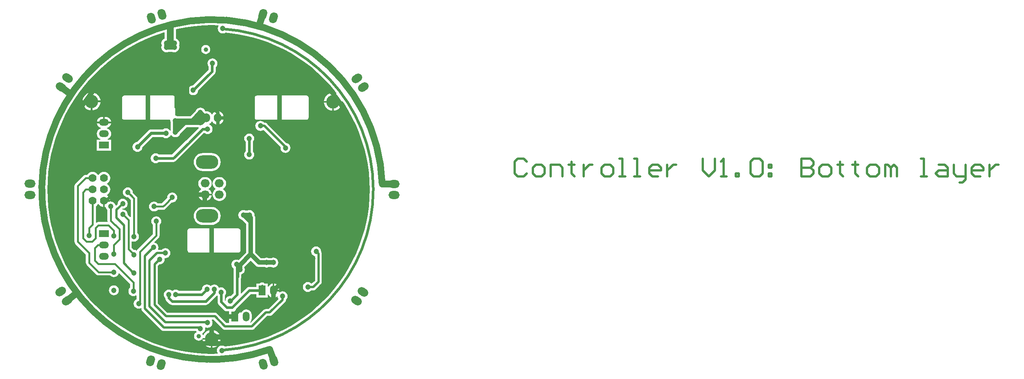
<source format=gbl>
%FSLAX24Y24*%
%MOIN*%
G70*
G01*
G75*
G04 Layer_Physical_Order=2*
G04 Layer_Color=16711680*
%ADD10C,0.0591*%
%ADD11C,0.0472*%
%ADD12R,0.0394X0.0354*%
%ADD13R,0.0236X0.0512*%
%ADD14R,0.0276X0.0354*%
%ADD15R,0.0354X0.0276*%
%ADD16R,0.0551X0.0472*%
%ADD17R,0.0197X0.0591*%
%ADD18R,0.0512X0.0236*%
%ADD19R,0.0354X0.0394*%
%ADD20R,0.0787X0.0177*%
%ADD21R,0.0177X0.0787*%
%ADD22R,0.2362X0.0984*%
%ADD23O,0.0138X0.0827*%
%ADD24R,0.2165X0.0984*%
%ADD25R,0.0472X0.0551*%
G04:AMPARAMS|DCode=26|XSize=70.9mil|YSize=63mil|CornerRadius=0mil|HoleSize=0mil|Usage=FLASHONLY|Rotation=336.000|XOffset=0mil|YOffset=0mil|HoleType=Round|Shape=Rectangle|*
%AMROTATEDRECTD26*
4,1,4,-0.0452,-0.0144,-0.0196,0.0432,0.0452,0.0144,0.0196,-0.0432,-0.0452,-0.0144,0.0*
%
%ADD26ROTATEDRECTD26*%

G04:AMPARAMS|DCode=27|XSize=70.9mil|YSize=63mil|CornerRadius=0mil|HoleSize=0mil|Usage=FLASHONLY|Rotation=120.000|XOffset=0mil|YOffset=0mil|HoleType=Round|Shape=Rectangle|*
%AMROTATEDRECTD27*
4,1,4,0.0450,-0.0149,-0.0096,-0.0464,-0.0450,0.0149,0.0096,0.0464,0.0450,-0.0149,0.0*
%
%ADD27ROTATEDRECTD27*%

G04:AMPARAMS|DCode=28|XSize=51.2mil|YSize=39.4mil|CornerRadius=0mil|HoleSize=0mil|Usage=FLASHONLY|Rotation=31.000|XOffset=0mil|YOffset=0mil|HoleType=Round|Shape=Rectangle|*
%AMROTATEDRECTD28*
4,1,4,-0.0118,-0.0301,-0.0321,0.0037,0.0118,0.0301,0.0321,-0.0037,-0.0118,-0.0301,0.0*
%
%ADD28ROTATEDRECTD28*%

G04:AMPARAMS|DCode=29|XSize=51.2mil|YSize=39.4mil|CornerRadius=0mil|HoleSize=0mil|Usage=FLASHONLY|Rotation=319.000|XOffset=0mil|YOffset=0mil|HoleType=Round|Shape=Rectangle|*
%AMROTATEDRECTD29*
4,1,4,-0.0322,0.0019,-0.0064,0.0316,0.0322,-0.0019,0.0064,-0.0316,-0.0322,0.0019,0.0*
%
%ADD29ROTATEDRECTD29*%

G04:AMPARAMS|DCode=30|XSize=51.2mil|YSize=39.4mil|CornerRadius=0mil|HoleSize=0mil|Usage=FLASHONLY|Rotation=101.000|XOffset=0mil|YOffset=0mil|HoleType=Round|Shape=Rectangle|*
%AMROTATEDRECTD30*
4,1,4,0.0242,-0.0214,-0.0144,-0.0289,-0.0242,0.0214,0.0144,0.0289,0.0242,-0.0214,0.0*
%
%ADD30ROTATEDRECTD30*%

G04:AMPARAMS|DCode=31|XSize=70.9mil|YSize=63mil|CornerRadius=0mil|HoleSize=0mil|Usage=FLASHONLY|Rotation=190.000|XOffset=0mil|YOffset=0mil|HoleType=Round|Shape=Rectangle|*
%AMROTATEDRECTD31*
4,1,4,0.0294,0.0372,0.0404,-0.0249,-0.0294,-0.0372,-0.0404,0.0249,0.0294,0.0372,0.0*
%
%ADD31ROTATEDRECTD31*%

G04:AMPARAMS|DCode=32|XSize=70.9mil|YSize=63mil|CornerRadius=0mil|HoleSize=0mil|Usage=FLASHONLY|Rotation=48.000|XOffset=0mil|YOffset=0mil|HoleType=Round|Shape=Rectangle|*
%AMROTATEDRECTD32*
4,1,4,-0.0003,-0.0474,-0.0471,-0.0053,0.0003,0.0474,0.0471,0.0053,-0.0003,-0.0474,0.0*
%
%ADD32ROTATEDRECTD32*%

G04:AMPARAMS|DCode=33|XSize=51.2mil|YSize=39.4mil|CornerRadius=0mil|HoleSize=0mil|Usage=FLASHONLY|Rotation=246.000|XOffset=0mil|YOffset=0mil|HoleType=Round|Shape=Rectangle|*
%AMROTATEDRECTD33*
4,1,4,-0.0076,0.0314,0.0284,0.0154,0.0076,-0.0314,-0.0284,-0.0154,-0.0076,0.0314,0.0*
%
%ADD33ROTATEDRECTD33*%

G04:AMPARAMS|DCode=34|XSize=70.9mil|YSize=63mil|CornerRadius=0mil|HoleSize=0mil|Usage=FLASHONLY|Rotation=264.000|XOffset=0mil|YOffset=0mil|HoleType=Round|Shape=Rectangle|*
%AMROTATEDRECTD34*
4,1,4,-0.0276,0.0385,0.0350,0.0319,0.0276,-0.0385,-0.0350,-0.0319,-0.0276,0.0385,0.0*
%
%ADD34ROTATEDRECTD34*%

G04:AMPARAMS|DCode=35|XSize=51.2mil|YSize=39.4mil|CornerRadius=0mil|HoleSize=0mil|Usage=FLASHONLY|Rotation=176.000|XOffset=0mil|YOffset=0mil|HoleType=Round|Shape=Rectangle|*
%AMROTATEDRECTD35*
4,1,4,0.0269,0.0179,0.0242,-0.0214,-0.0269,-0.0179,-0.0242,0.0214,0.0269,0.0179,0.0*
%
%ADD35ROTATEDRECTD35*%

%ADD36C,0.0197*%
%ADD37C,0.0177*%
%ADD38C,0.0138*%
%ADD39C,0.0118*%
%ADD40C,0.0236*%
%ADD41C,0.0394*%
%ADD42C,0.0315*%
%ADD43C,0.0276*%
%ADD44O,0.0669X0.0787*%
%ADD45O,0.0787X0.0709*%
%ADD46O,0.1969X0.1181*%
%ADD47O,0.0591X0.0866*%
%ADD48R,0.0591X0.0866*%
%ADD49C,0.0700*%
%ADD50O,0.0866X0.0591*%
%ADD51R,0.0866X0.0591*%
%ADD52C,0.1181*%
%ADD53C,0.0394*%
G04:AMPARAMS|DCode=54|XSize=70.9mil|YSize=98.4mil|CornerRadius=0mil|HoleSize=0mil|Usage=FLASHONLY|Rotation=54.000|XOffset=0mil|YOffset=0mil|HoleType=Round|Shape=Round|*
%AMOVALD54*
21,1,0.0276,0.0709,0.0000,0.0000,144.0*
1,1,0.0709,0.0111,-0.0081*
1,1,0.0709,-0.0111,0.0081*
%
%ADD54OVALD54*%

G04:AMPARAMS|DCode=55|XSize=70.9mil|YSize=98.4mil|CornerRadius=0mil|HoleSize=0mil|Usage=FLASHONLY|Rotation=126.000|XOffset=0mil|YOffset=0mil|HoleType=Round|Shape=Round|*
%AMOVALD55*
21,1,0.0276,0.0709,0.0000,0.0000,216.0*
1,1,0.0709,0.0111,0.0081*
1,1,0.0709,-0.0111,-0.0081*
%
%ADD55OVALD55*%

G04:AMPARAMS|DCode=56|XSize=70.9mil|YSize=98.4mil|CornerRadius=0mil|HoleSize=0mil|Usage=FLASHONLY|Rotation=198.000|XOffset=0mil|YOffset=0mil|HoleType=Round|Shape=Round|*
%AMOVALD56*
21,1,0.0276,0.0709,0.0000,0.0000,288.0*
1,1,0.0709,-0.0043,0.0131*
1,1,0.0709,0.0043,-0.0131*
%
%ADD56OVALD56*%

%ADD57O,0.0984X0.0709*%
G04:AMPARAMS|DCode=58|XSize=70.9mil|YSize=98.4mil|CornerRadius=0mil|HoleSize=0mil|Usage=FLASHONLY|Rotation=342.000|XOffset=0mil|YOffset=0mil|HoleType=Round|Shape=Round|*
%AMOVALD58*
21,1,0.0276,0.0709,0.0000,0.0000,72.0*
1,1,0.0709,-0.0043,-0.0131*
1,1,0.0709,0.0043,0.0131*
%
%ADD58OVALD58*%

%ADD59C,0.0472*%
G36*
X558Y14454D02*
X580Y14409D01*
X567Y14392D01*
X523Y14286D01*
X508Y14173D01*
X523Y14060D01*
X567Y13955D01*
X636Y13864D01*
X726Y13795D01*
X832Y13751D01*
X945Y13736D01*
X1058Y13751D01*
X1163Y13795D01*
X1175Y13804D01*
X1449Y13782D01*
X2168Y13687D01*
X2881Y13555D01*
X3587Y13386D01*
X4282Y13180D01*
X4966Y12938D01*
X5637Y12660D01*
X6291Y12348D01*
X6929Y12001D01*
X7548Y11622D01*
X8146Y11211D01*
X8721Y10770D01*
X9273Y10299D01*
X9799Y9799D01*
X10299Y9273D01*
X10770Y8721D01*
X10944Y8494D01*
X10916Y8453D01*
X10784Y8493D01*
X10709Y8500D01*
Y7795D01*
X11413D01*
X11417Y7761D01*
X11464Y7778D01*
X11622Y7548D01*
X12001Y6929D01*
X12348Y6291D01*
X12660Y5637D01*
X12938Y4966D01*
X13180Y4282D01*
X13386Y3587D01*
X13555Y2881D01*
X13687Y2168D01*
X13782Y1449D01*
X13839Y725D01*
X13858Y0D01*
X13839Y-725D01*
X13782Y-1449D01*
X13687Y-2168D01*
X13555Y-2881D01*
X13386Y-3587D01*
X13180Y-4282D01*
X12938Y-4966D01*
X12660Y-5637D01*
X12348Y-6291D01*
X12001Y-6929D01*
X11622Y-7548D01*
X11211Y-8146D01*
X10770Y-8721D01*
X10299Y-9273D01*
X9799Y-9799D01*
X9273Y-10299D01*
X8721Y-10770D01*
X8146Y-11211D01*
X7548Y-11622D01*
X6929Y-12001D01*
X6291Y-12348D01*
X5637Y-12660D01*
X4966Y-12938D01*
X4282Y-13180D01*
X3587Y-13386D01*
X2881Y-13555D01*
X2168Y-13687D01*
X1449Y-13782D01*
X1103Y-13809D01*
X1085Y-13795D01*
X979Y-13751D01*
X866Y-13736D01*
X753Y-13751D01*
X648Y-13795D01*
X557Y-13864D01*
X488Y-13955D01*
X444Y-14060D01*
X429Y-14173D01*
X444Y-14286D01*
X488Y-14392D01*
X503Y-14411D01*
X481Y-14456D01*
X0Y-14468D01*
X-757Y-14449D01*
X-1512Y-14389D01*
X-2263Y-14290D01*
X-3008Y-14152D01*
X-3745Y-13975D01*
X-4471Y-13760D01*
X-5185Y-13507D01*
X-5885Y-13218D01*
X-6569Y-12891D01*
X-7234Y-12530D01*
X-7880Y-12134D01*
X-8504Y-11705D01*
X-9105Y-11244D01*
X-9681Y-10752D01*
X-10231Y-10231D01*
X-10752Y-9681D01*
X-11244Y-9105D01*
X-11705Y-8504D01*
X-12134Y-7880D01*
X-12530Y-7234D01*
X-12891Y-6569D01*
X-13218Y-5885D01*
X-13507Y-5185D01*
X-13760Y-4471D01*
X-13975Y-3745D01*
X-14152Y-3008D01*
X-14290Y-2263D01*
X-14389Y-1512D01*
X-14449Y-757D01*
X-14468Y0D01*
X-14449Y757D01*
X-14389Y1512D01*
X-14290Y2263D01*
X-14152Y3008D01*
X-13975Y3745D01*
X-13760Y4471D01*
X-13507Y5185D01*
X-13218Y5885D01*
X-12891Y6569D01*
X-12530Y7234D01*
X-12134Y7880D01*
X-11705Y8504D01*
X-11244Y9105D01*
X-10752Y9681D01*
X-10231Y10231D01*
X-9681Y10752D01*
X-9105Y11244D01*
X-8504Y11705D01*
X-7880Y12134D01*
X-7234Y12530D01*
X-6569Y12891D01*
X-5885Y13218D01*
X-5185Y13507D01*
X-4471Y13760D01*
X-4198Y13841D01*
X-4158Y13811D01*
Y13284D01*
X-4234Y13252D01*
X-4325Y13183D01*
X-4394Y13092D01*
X-4438Y12987D01*
X-4453Y12874D01*
X-4438Y12761D01*
X-4413Y12701D01*
Y12693D01*
X-4438Y12633D01*
X-4453Y12520D01*
X-4438Y12407D01*
X-4394Y12301D01*
X-4325Y12211D01*
X-4234Y12141D01*
X-4129Y12098D01*
X-4016Y12083D01*
X-3903Y12098D01*
X-3843Y12123D01*
X-3480D01*
X-3420Y12098D01*
X-3307Y12083D01*
X-3194Y12098D01*
X-3089Y12141D01*
X-2998Y12211D01*
X-2929Y12301D01*
X-2885Y12407D01*
X-2870Y12520D01*
X-2885Y12633D01*
X-2912Y12697D01*
X-2885Y12761D01*
X-2870Y12874D01*
X-2885Y12987D01*
X-2929Y13092D01*
X-2998Y13183D01*
X-3089Y13252D01*
X-3165Y13284D01*
Y14115D01*
X-3008Y14152D01*
X-2263Y14290D01*
X-1512Y14389D01*
X-757Y14449D01*
X0Y14468D01*
X558Y14454D01*
D02*
G37*
%LPC*%
G36*
X-695Y-529D02*
X-1201D01*
X-1193Y-594D01*
X-1137Y-728D01*
X-1049Y-843D01*
X-933Y-931D01*
X-799Y-987D01*
X-695Y-1001D01*
Y-529D01*
D02*
G37*
G36*
X-31D02*
X-537D01*
Y-1001D01*
X-433Y-987D01*
X-299Y-931D01*
X-184Y-843D01*
X-95Y-728D01*
X-40Y-594D01*
X-31Y-529D01*
D02*
G37*
G36*
X-3500Y-263D02*
X-3613Y-278D01*
X-3718Y-322D01*
X-3809Y-391D01*
X-3878Y-482D01*
X-3922Y-587D01*
X-3937Y-700D01*
X-3933Y-726D01*
X-4354Y-1146D01*
X-4354Y-1146D01*
X-4415Y-1207D01*
X-4775D01*
X-4791Y-1186D01*
X-4882Y-1117D01*
X-4987Y-1073D01*
X-5100Y-1058D01*
X-5213Y-1073D01*
X-5318Y-1117D01*
X-5409Y-1186D01*
X-5478Y-1277D01*
X-5522Y-1382D01*
X-5537Y-1495D01*
X-5522Y-1608D01*
X-5478Y-1714D01*
X-5409Y-1804D01*
X-5318Y-1874D01*
X-5213Y-1917D01*
X-5100Y-1932D01*
X-4987Y-1917D01*
X-4882Y-1874D01*
X-4791Y-1804D01*
X-4775Y-1783D01*
X-4295D01*
X-4295Y-1783D01*
X-4229Y-1775D01*
X-4221Y-1773D01*
X-4151Y-1745D01*
X-4092Y-1699D01*
X-3946Y-1554D01*
X-3946Y-1554D01*
X-3526Y-1133D01*
X-3500Y-1137D01*
X-3387Y-1122D01*
X-3282Y-1078D01*
X-3191Y-1009D01*
X-3122Y-918D01*
X-3078Y-813D01*
X-3063Y-700D01*
X-3078Y-587D01*
X-3122Y-482D01*
X-3191Y-391D01*
X-3282Y-322D01*
X-3387Y-278D01*
X-3500Y-263D01*
D02*
G37*
G36*
X683Y1090D02*
X604D01*
X460Y1071D01*
X326Y1016D01*
X211Y927D01*
X123Y812D01*
X67Y678D01*
X48Y534D01*
X67Y390D01*
X123Y256D01*
X211Y141D01*
X308Y67D01*
Y17D01*
X211Y-57D01*
X123Y-172D01*
X67Y-306D01*
X48Y-450D01*
X67Y-594D01*
X123Y-728D01*
X211Y-843D01*
X326Y-931D01*
X460Y-987D01*
X604Y-1006D01*
X683D01*
X827Y-987D01*
X961Y-931D01*
X1076Y-843D01*
X1165Y-728D01*
X1220Y-594D01*
X1239Y-450D01*
X1220Y-306D01*
X1165Y-172D01*
X1076Y-57D01*
X961Y31D01*
Y53D01*
X1076Y141D01*
X1165Y256D01*
X1220Y390D01*
X1239Y534D01*
X1220Y678D01*
X1165Y812D01*
X1076Y927D01*
X961Y1016D01*
X827Y1071D01*
X683Y1090D01*
D02*
G37*
G36*
X-30Y3203D02*
X-817D01*
X-971Y3188D01*
X-1120Y3143D01*
X-1257Y3070D01*
X-1376Y2972D01*
X-1475Y2852D01*
X-1548Y2715D01*
X-1593Y2567D01*
X-1608Y2412D01*
X-1593Y2258D01*
X-1548Y2109D01*
X-1475Y1973D01*
X-1376Y1853D01*
X-1257Y1754D01*
X-1120Y1681D01*
X-971Y1636D01*
X-817Y1621D01*
X-30D01*
X125Y1636D01*
X273Y1681D01*
X410Y1754D01*
X530Y1853D01*
X628Y1973D01*
X701Y2109D01*
X746Y2258D01*
X762Y2412D01*
X746Y2567D01*
X701Y2715D01*
X628Y2852D01*
X530Y2972D01*
X410Y3070D01*
X273Y3143D01*
X125Y3188D01*
X-30Y3203D01*
D02*
G37*
G36*
X3268Y4925D02*
X3155Y4910D01*
X3049Y4866D01*
X2959Y4797D01*
X2889Y4707D01*
X2846Y4601D01*
X2831Y4488D01*
X2846Y4375D01*
X2889Y4270D01*
X2950Y4191D01*
Y3368D01*
X2889Y3289D01*
X2846Y3184D01*
X2831Y3071D01*
X2846Y2958D01*
X2889Y2852D01*
X2959Y2762D01*
X3049Y2693D01*
X3155Y2649D01*
X3268Y2634D01*
X3381Y2649D01*
X3486Y2693D01*
X3577Y2762D01*
X3646Y2852D01*
X3690Y2958D01*
X3705Y3071D01*
X3690Y3184D01*
X3646Y3289D01*
X3585Y3368D01*
Y4191D01*
X3646Y4270D01*
X3690Y4375D01*
X3705Y4488D01*
X3690Y4601D01*
X3646Y4707D01*
X3577Y4797D01*
X3486Y4866D01*
X3381Y4910D01*
X3268Y4925D01*
D02*
G37*
G36*
X-577Y1090D02*
X-656D01*
X-799Y1071D01*
X-933Y1016D01*
X-1049Y927D01*
X-1137Y812D01*
X-1193Y678D01*
X-1211Y534D01*
X-1193Y390D01*
X-1137Y256D01*
X-1049Y141D01*
X-952Y67D01*
Y17D01*
X-1049Y-57D01*
X-1137Y-172D01*
X-1193Y-306D01*
X-1201Y-371D01*
X-31D01*
X-40Y-306D01*
X-95Y-172D01*
X-184Y-57D01*
X-299Y31D01*
Y53D01*
X-184Y141D01*
X-95Y256D01*
X-40Y390D01*
X-21Y534D01*
X-40Y678D01*
X-95Y812D01*
X-184Y927D01*
X-299Y1016D01*
X-433Y1071D01*
X-577Y1090D01*
D02*
G37*
G36*
X-9500Y1552D02*
X-9643Y1533D01*
X-9776Y1478D01*
X-9890Y1390D01*
X-9975Y1279D01*
X-10025D01*
X-10110Y1390D01*
X-10224Y1478D01*
X-10357Y1533D01*
X-10500Y1552D01*
X-10643Y1533D01*
X-10776Y1478D01*
X-10890Y1390D01*
X-10968Y1288D01*
X-11100D01*
X-11175Y1278D01*
X-11244Y1249D01*
X-11304Y1204D01*
X-11304Y1204D01*
X-12004Y504D01*
X-12049Y444D01*
X-12078Y375D01*
X-12079Y366D01*
X-12088Y300D01*
X-12088Y300D01*
Y-4600D01*
X-12088Y-4600D01*
X-12079Y-4666D01*
X-12078Y-4675D01*
X-12049Y-4744D01*
X-12004Y-4804D01*
X-11088Y-5719D01*
Y-6450D01*
X-11088Y-6450D01*
X-11079Y-6516D01*
X-11078Y-6525D01*
X-11049Y-6594D01*
X-11004Y-6654D01*
X-11004Y-6654D01*
X-11004Y-6654D01*
Y-6654D01*
X-10180Y-7478D01*
X-10180Y-7478D01*
X-10134Y-7513D01*
X-10120Y-7523D01*
X-10050Y-7552D01*
X-9976Y-7562D01*
X-9976Y-7562D01*
X-8954D01*
X-8938Y-7583D01*
X-8847Y-7652D01*
X-8742Y-7696D01*
X-8629Y-7711D01*
X-8516Y-7696D01*
X-8410Y-7652D01*
X-8320Y-7583D01*
X-8250Y-7492D01*
X-8207Y-7387D01*
X-8204Y-7366D01*
X-8157Y-7350D01*
X-7199Y-8309D01*
Y-8625D01*
X-7219Y-8641D01*
X-7289Y-8732D01*
X-7333Y-8837D01*
X-7347Y-8950D01*
X-7333Y-9063D01*
X-7289Y-9168D01*
X-7219Y-9259D01*
X-7129Y-9328D01*
X-7024Y-9372D01*
X-6911Y-9387D01*
X-6798Y-9372D01*
X-6692Y-9328D01*
X-6683Y-9321D01*
X-6638Y-9343D01*
Y-9659D01*
X-6668Y-9672D01*
X-6759Y-9741D01*
X-6828Y-9832D01*
X-6872Y-9937D01*
X-6887Y-10050D01*
X-6872Y-10163D01*
X-6828Y-10268D01*
X-6759Y-10359D01*
X-6668Y-10428D01*
X-6563Y-10472D01*
X-6450Y-10487D01*
X-6337Y-10472D01*
X-6239Y-10432D01*
X-6198Y-10459D01*
D01*
X-6198Y-10500D01*
X-6198Y-10500D01*
X-6198D01*
X-6188Y-10577D01*
X-6158Y-10649D01*
X-6111Y-10711D01*
X-4461Y-12361D01*
X-4461Y-12361D01*
X-4399Y-12408D01*
D01*
D01*
Y-12408D01*
X-4399Y-12408D01*
D01*
D01*
X-4399D01*
Y-12408D01*
D01*
X-4399D01*
Y-12408D01*
X-4327Y-12438D01*
X-4250Y-12448D01*
X-1408D01*
X-1402Y-12463D01*
X-1359Y-12518D01*
X-1372Y-12566D01*
X-1380Y-12569D01*
X-1462Y-12633D01*
X-1525Y-12715D01*
X-1565Y-12811D01*
X-1578Y-12913D01*
X-1565Y-13016D01*
X-1525Y-13112D01*
X-1462Y-13194D01*
X-1380Y-13257D01*
X-1284Y-13297D01*
X-1181Y-13310D01*
X-1078Y-13297D01*
X-983Y-13257D01*
X-900Y-13194D01*
X-876Y-13163D01*
X-828Y-13176D01*
X-831Y-13150D01*
X-824Y-13079D01*
X-820Y-13071D01*
X-118D01*
Y-12366D01*
X-194Y-12374D01*
X-342Y-12419D01*
X-479Y-12492D01*
X-599Y-12590D01*
X-697Y-12710D01*
X-747Y-12804D01*
X-771Y-12807D01*
X-800Y-12806D01*
X-837Y-12715D01*
X-858Y-12687D01*
X-845Y-12639D01*
X-805Y-12622D01*
X-715Y-12553D01*
X-645Y-12463D01*
X-602Y-12357D01*
X-587Y-12244D01*
X-597Y-12164D01*
X-558Y-12133D01*
X-507Y-12154D01*
X-394Y-12169D01*
X-281Y-12154D01*
X-175Y-12111D01*
X-85Y-12041D01*
X-15Y-11951D01*
X28Y-11845D01*
X43Y-11732D01*
X28Y-11619D01*
X-15Y-11514D01*
X-32Y-11493D01*
X-10Y-11448D01*
X127D01*
X937Y-12258D01*
X937Y-12258D01*
X998Y-12305D01*
X1070Y-12335D01*
X1147Y-12345D01*
X1147Y-12345D01*
X3504D01*
X3581Y-12335D01*
X3632Y-12314D01*
X3653Y-12305D01*
X3715Y-12258D01*
X4848Y-11125D01*
X5079D01*
X5156Y-11114D01*
X5228Y-11085D01*
X5289Y-11037D01*
X5289Y-11037D01*
X5289Y-11037D01*
X6411Y-9916D01*
X6458Y-9854D01*
X6458Y-9854D01*
X6458Y-9854D01*
X6488Y-9783D01*
X6496Y-9719D01*
X6509Y-9709D01*
X6578Y-9618D01*
X6622Y-9513D01*
X6637Y-9400D01*
X6622Y-9287D01*
X6578Y-9182D01*
X6509Y-9091D01*
X6418Y-9022D01*
X6313Y-8978D01*
X6200Y-8963D01*
X6087Y-8978D01*
X5982Y-9022D01*
X5951Y-9045D01*
X5916Y-9040D01*
X5896Y-9031D01*
Y-8979D01*
X5479D01*
Y-9524D01*
X5528Y-9517D01*
X5648Y-9468D01*
X5721Y-9412D01*
X5767Y-9431D01*
X5778Y-9513D01*
X5822Y-9618D01*
X5841Y-9643D01*
X4955Y-10529D01*
X4724D01*
X4647Y-10539D01*
X4597Y-10560D01*
X4575Y-10569D01*
X4514Y-10616D01*
X3391Y-11739D01*
X3342Y-11728D01*
X3334Y-11702D01*
X3351Y-11689D01*
X3430Y-11586D01*
X3479Y-11466D01*
X3496Y-11338D01*
Y-11062D01*
X3479Y-10934D01*
X3430Y-10814D01*
X3351Y-10711D01*
X3248Y-10632D01*
X3128Y-10583D01*
X3000Y-10566D01*
X2872Y-10583D01*
X2752Y-10632D01*
X2649Y-10711D01*
X2570Y-10814D01*
X2541Y-10884D01*
X2492Y-10874D01*
Y-10570D01*
X2110D01*
X2091Y-10524D01*
X3397Y-9218D01*
X3908D01*
Y-9530D01*
X4892D01*
Y-9226D01*
X4941Y-9216D01*
X4970Y-9286D01*
X5049Y-9389D01*
X5152Y-9468D01*
X5272Y-9517D01*
X5321Y-9524D01*
Y-8900D01*
Y-8276D01*
X5272Y-8283D01*
X5152Y-8332D01*
X5049Y-8411D01*
X4970Y-8514D01*
X4941Y-8584D01*
X4892Y-8574D01*
Y-8270D01*
X4618D01*
X4559Y-8225D01*
X4482Y-8193D01*
X4400Y-8182D01*
X4318Y-8193D01*
X4241Y-8225D01*
X4182Y-8270D01*
X3908D01*
Y-8582D01*
X3265D01*
X3183Y-8593D01*
X3107Y-8625D01*
X3041Y-8675D01*
X2564Y-9152D01*
X2518Y-9133D01*
Y-7869D01*
X2525Y-7859D01*
X2557Y-7782D01*
X2568Y-7700D01*
Y-7470D01*
X2668Y-7428D01*
X2759Y-7359D01*
X2828Y-7268D01*
X2872Y-7163D01*
X2887Y-7050D01*
X2872Y-6937D01*
X2847Y-6877D01*
Y-6814D01*
X3400Y-6262D01*
X3852Y-6714D01*
X3935Y-6777D01*
X3963Y-6789D01*
X4030Y-6817D01*
X4133Y-6830D01*
X4627D01*
X4687Y-6855D01*
X4800Y-6870D01*
X4913Y-6855D01*
X4973Y-6830D01*
X5216D01*
X5276Y-6855D01*
X5389Y-6870D01*
X5502Y-6855D01*
X5608Y-6811D01*
X5698Y-6742D01*
X5768Y-6651D01*
X5811Y-6546D01*
X5826Y-6433D01*
X5811Y-6320D01*
X5768Y-6215D01*
X5698Y-6124D01*
X5608Y-6055D01*
X5502Y-6011D01*
X5389Y-5996D01*
X5276Y-6011D01*
X5216Y-6036D01*
X4973D01*
X4913Y-6011D01*
X4800Y-5996D01*
X4687Y-6011D01*
X4627Y-6036D01*
X4298D01*
X3797Y-5536D01*
Y-2500D01*
X3784Y-2397D01*
X3744Y-2301D01*
X3732Y-2286D01*
X3737Y-2250D01*
X3722Y-2137D01*
X3678Y-2032D01*
X3609Y-1941D01*
X3518Y-1872D01*
X3413Y-1828D01*
X3300Y-1813D01*
X3187Y-1828D01*
X3127Y-1853D01*
X2923D01*
X2863Y-1828D01*
X2750Y-1813D01*
X2637Y-1828D01*
X2532Y-1872D01*
X2441Y-1941D01*
X2372Y-2032D01*
X2328Y-2137D01*
X2313Y-2250D01*
X2328Y-2363D01*
X2372Y-2468D01*
X2441Y-2559D01*
X2532Y-2628D01*
X2637Y-2672D01*
X2664Y-2675D01*
X3003Y-3014D01*
Y-5536D01*
X2332Y-6207D01*
X2263Y-6178D01*
X2150Y-6163D01*
X2037Y-6178D01*
X1932Y-6222D01*
X1841Y-6291D01*
X1772Y-6382D01*
X1728Y-6487D01*
X1713Y-6600D01*
X1728Y-6713D01*
X1772Y-6818D01*
X1841Y-6909D01*
X1882Y-6940D01*
Y-7300D01*
Y-9120D01*
X1634Y-9369D01*
X1614Y-9366D01*
X1501Y-9381D01*
X1396Y-9425D01*
X1305Y-9494D01*
X1236Y-9585D01*
X1192Y-9690D01*
X1182Y-9764D01*
X1158Y-9772D01*
X1118Y-9743D01*
Y-9347D01*
X1178Y-9268D01*
X1222Y-9163D01*
X1237Y-9050D01*
X1222Y-8937D01*
X1178Y-8832D01*
X1109Y-8741D01*
X1018Y-8672D01*
X913Y-8628D01*
X800Y-8613D01*
X687Y-8628D01*
X611Y-8660D01*
X578Y-8582D01*
X509Y-8491D01*
X418Y-8422D01*
X313Y-8378D01*
X200Y-8363D01*
X87Y-8378D01*
X-18Y-8422D01*
X-109Y-8491D01*
X-141D01*
X-232Y-8422D01*
X-337Y-8378D01*
X-450Y-8363D01*
X-563Y-8378D01*
X-668Y-8422D01*
X-759Y-8491D01*
X-828Y-8582D01*
X-872Y-8687D01*
X-885Y-8786D01*
X-1032Y-8932D01*
X-2903D01*
X-2982Y-8872D01*
X-3087Y-8828D01*
X-3200Y-8813D01*
X-3313Y-8828D01*
X-3418Y-8872D01*
X-3500Y-8934D01*
X-3582Y-8872D01*
X-3687Y-8828D01*
X-3800Y-8813D01*
X-3913Y-8828D01*
X-4018Y-8872D01*
X-4109Y-8941D01*
X-4178Y-9032D01*
X-4222Y-9137D01*
X-4237Y-9250D01*
X-4222Y-9363D01*
X-4178Y-9468D01*
X-4118Y-9547D01*
Y-9550D01*
X-4118Y-9550D01*
X-4118D01*
X-4107Y-9632D01*
X-4075Y-9709D01*
X-4025Y-9775D01*
X-3725Y-10075D01*
X-3659Y-10125D01*
X-3582Y-10157D01*
X-3500Y-10168D01*
X-550D01*
X-468Y-10157D01*
X-391Y-10125D01*
X-325Y-10075D01*
X-325Y-10075D01*
X-325Y-10075D01*
X421Y-9329D01*
X470Y-9332D01*
X482Y-9347D01*
Y-9894D01*
X493Y-9977D01*
X525Y-10053D01*
X575Y-10119D01*
X1075Y-10618D01*
X1140Y-10669D01*
X1217Y-10701D01*
X1299Y-10711D01*
X1508D01*
Y-11121D01*
X2000D01*
Y-11279D01*
X1508D01*
Y-11749D01*
X1271D01*
X461Y-10939D01*
X399Y-10892D01*
X327Y-10862D01*
X250Y-10852D01*
X-3927D01*
X-4689Y-10089D01*
X-4752Y-10027D01*
Y-6723D01*
X-4614Y-6585D01*
X-4600Y-6587D01*
X-4487Y-6572D01*
X-4382Y-6528D01*
X-4291Y-6459D01*
X-4222Y-6368D01*
X-4178Y-6263D01*
X-4163Y-6150D01*
X-4174Y-6067D01*
X-4139Y-6032D01*
X-4100Y-6037D01*
X-3987Y-6022D01*
X-3882Y-5978D01*
X-3791Y-5909D01*
X-3722Y-5818D01*
X-3678Y-5713D01*
X-3663Y-5600D01*
X-3678Y-5487D01*
X-3722Y-5382D01*
X-3791Y-5291D01*
X-3882Y-5222D01*
X-3987Y-5178D01*
X-4100Y-5163D01*
X-4213Y-5178D01*
X-4318Y-5222D01*
X-4409Y-5291D01*
X-4417Y-5302D01*
X-4720D01*
X-4748Y-5261D01*
X-4728Y-5213D01*
X-4713Y-5100D01*
X-4728Y-4987D01*
X-4772Y-4882D01*
X-4841Y-4791D01*
X-4932Y-4722D01*
X-5037Y-4678D01*
X-5055Y-4676D01*
X-5071Y-4628D01*
X-4696Y-4254D01*
X-4696Y-4254D01*
X-4661Y-4208D01*
X-4651Y-4194D01*
X-4622Y-4125D01*
X-4612Y-4050D01*
X-4612Y-4050D01*
Y-3125D01*
X-4591Y-3109D01*
X-4522Y-3018D01*
X-4478Y-2913D01*
X-4463Y-2800D01*
X-4478Y-2687D01*
X-4522Y-2582D01*
X-4591Y-2491D01*
X-4682Y-2422D01*
X-4787Y-2378D01*
X-4900Y-2363D01*
X-5013Y-2378D01*
X-5118Y-2422D01*
X-5209Y-2491D01*
X-5278Y-2582D01*
X-5322Y-2687D01*
X-5337Y-2800D01*
X-5322Y-2913D01*
X-5278Y-3018D01*
X-5209Y-3109D01*
X-5188Y-3125D01*
Y-3931D01*
X-6554Y-5296D01*
X-6599Y-5356D01*
X-6601Y-5361D01*
X-6642Y-5372D01*
X-6748Y-5328D01*
X-6861Y-5313D01*
X-6877Y-5315D01*
X-7062Y-5131D01*
Y-4580D01*
X-7021Y-4553D01*
X-6974Y-4572D01*
X-6861Y-4587D01*
X-6748Y-4572D01*
X-6642Y-4528D01*
X-6552Y-4459D01*
X-6482Y-4368D01*
X-6439Y-4263D01*
X-6424Y-4150D01*
X-6439Y-4037D01*
X-6482Y-3932D01*
X-6552Y-3841D01*
X-6573Y-3825D01*
Y-789D01*
X-6583Y-715D01*
X-6611Y-645D01*
X-6657Y-586D01*
X-6657Y-586D01*
X-6967Y-276D01*
X-6963Y-250D01*
X-6978Y-137D01*
X-7022Y-32D01*
X-7091Y59D01*
X-7182Y128D01*
X-7287Y172D01*
X-7400Y187D01*
X-7513Y172D01*
X-7618Y128D01*
X-7709Y59D01*
X-7778Y-32D01*
X-7822Y-137D01*
X-7837Y-250D01*
X-7822Y-363D01*
X-7778Y-468D01*
X-7709Y-559D01*
X-7618Y-628D01*
X-7513Y-672D01*
X-7400Y-687D01*
X-7374Y-683D01*
X-7149Y-909D01*
Y-2429D01*
X-7195Y-2448D01*
X-7417Y-2226D01*
X-7413Y-2200D01*
X-7428Y-2087D01*
X-7472Y-1982D01*
X-7541Y-1891D01*
X-7632Y-1822D01*
X-7737Y-1778D01*
X-7850Y-1763D01*
X-7879Y-1767D01*
X-7901Y-1722D01*
X-7864Y-1685D01*
X-7850Y-1687D01*
X-7737Y-1672D01*
X-7632Y-1628D01*
X-7541Y-1559D01*
X-7472Y-1468D01*
X-7428Y-1363D01*
X-7413Y-1250D01*
X-7428Y-1137D01*
X-7472Y-1032D01*
X-7541Y-941D01*
X-7632Y-872D01*
X-7737Y-828D01*
X-7850Y-813D01*
X-7963Y-828D01*
X-8068Y-872D01*
X-8159Y-941D01*
X-8228Y-1032D01*
X-8272Y-1137D01*
X-8287Y-1250D01*
X-8285Y-1264D01*
X-8430Y-1409D01*
X-8477Y-1393D01*
X-8478Y-1387D01*
X-8522Y-1282D01*
X-8591Y-1191D01*
X-8682Y-1122D01*
X-8787Y-1078D01*
X-8900Y-1063D01*
X-8917Y-1065D01*
X-8952Y-1030D01*
X-8958Y-1071D01*
X-9013Y-1078D01*
X-9015Y-1079D01*
X-9421D01*
Y-1541D01*
X-9357Y-1533D01*
X-9330Y-1548D01*
X-9322Y-1613D01*
X-9278Y-1718D01*
X-9209Y-1809D01*
X-9188Y-1825D01*
Y-2750D01*
X-9188Y-2750D01*
X-9179Y-2816D01*
X-9178Y-2825D01*
X-9178Y-2825D01*
X-9211Y-2862D01*
X-10000D01*
X-10075Y-2872D01*
X-10144Y-2901D01*
X-10167Y-2919D01*
X-10212Y-2896D01*
Y-1468D01*
X-10110Y-1390D01*
X-10025Y-1279D01*
X-9975D01*
X-9890Y-1390D01*
X-9776Y-1478D01*
X-9643Y-1533D01*
X-9579Y-1541D01*
Y-1000D01*
X-9500D01*
Y-921D01*
X-8959D01*
X-8967Y-857D01*
X-9022Y-724D01*
X-9110Y-610D01*
X-9224Y-522D01*
Y-478D01*
X-9110Y-390D01*
X-9022Y-276D01*
X-8967Y-143D01*
X-8948Y0D01*
X-8967Y143D01*
X-9022Y276D01*
X-9110Y390D01*
X-9224Y478D01*
Y522D01*
X-9110Y610D01*
X-9022Y724D01*
X-8967Y857D01*
X-8948Y1000D01*
X-8967Y1143D01*
X-9022Y1276D01*
X-9110Y1390D01*
X-9224Y1478D01*
X-9357Y1533D01*
X-9500Y1552D01*
D02*
G37*
G36*
X39Y-12366D02*
Y-13071D01*
X744D01*
X737Y-12995D01*
X692Y-12847D01*
X619Y-12710D01*
X520Y-12590D01*
X400Y-12492D01*
X263Y-12419D01*
X115Y-12374D01*
X39Y-12366D01*
D02*
G37*
G36*
X-8629Y-8437D02*
X-8742Y-8452D01*
X-8847Y-8496D01*
X-8938Y-8565D01*
X-9007Y-8656D01*
X-9051Y-8761D01*
X-9066Y-8874D01*
X-9051Y-8987D01*
X-9007Y-9092D01*
X-8938Y-9183D01*
X-8847Y-9252D01*
X-8742Y-9296D01*
X-8629Y-9311D01*
X-8516Y-9296D01*
X-8410Y-9252D01*
X-8320Y-9183D01*
X-8250Y-9092D01*
X-8207Y-8987D01*
X-8192Y-8874D01*
X-8207Y-8761D01*
X-8250Y-8656D01*
X-8320Y-8565D01*
X-8410Y-8496D01*
X-8516Y-8452D01*
X-8629Y-8437D01*
D02*
G37*
G36*
X-118Y-13228D02*
X-823D01*
X-815Y-13304D01*
X-770Y-13452D01*
X-697Y-13589D01*
X-599Y-13709D01*
X-479Y-13807D01*
X-342Y-13881D01*
X-194Y-13926D01*
X-118Y-13933D01*
Y-13228D01*
D02*
G37*
G36*
X744D02*
X39D01*
Y-13933D01*
X115Y-13926D01*
X263Y-13881D01*
X400Y-13807D01*
X520Y-13709D01*
X619Y-13589D01*
X692Y-13452D01*
X737Y-13304D01*
X744Y-13228D01*
D02*
G37*
G36*
X2298Y-3419D02*
X-1954D01*
X-2031Y-3435D01*
X-2096Y-3478D01*
X-2140Y-3543D01*
X-2155Y-3620D01*
Y-5352D01*
X-2140Y-5429D01*
X-2096Y-5494D01*
X-2031Y-5538D01*
X-1954Y-5553D01*
X2298D01*
X2375Y-5538D01*
X2440Y-5494D01*
X2483Y-5429D01*
X2498Y-5352D01*
Y-3620D01*
X2483Y-3543D01*
X2440Y-3478D01*
X2375Y-3435D01*
X2298Y-3419D01*
D02*
G37*
G36*
X-30Y-1537D02*
X-817D01*
X-971Y-1552D01*
X-1120Y-1597D01*
X-1257Y-1670D01*
X-1376Y-1768D01*
X-1475Y-1888D01*
X-1548Y-2025D01*
X-1593Y-2174D01*
X-1608Y-2328D01*
X-1593Y-2482D01*
X-1548Y-2631D01*
X-1475Y-2768D01*
X-1376Y-2887D01*
X-1257Y-2986D01*
X-1120Y-3059D01*
X-971Y-3104D01*
X-817Y-3119D01*
X-30D01*
X125Y-3104D01*
X273Y-3059D01*
X410Y-2986D01*
X530Y-2887D01*
X628Y-2768D01*
X701Y-2631D01*
X746Y-2482D01*
X762Y-2328D01*
X746Y-2174D01*
X701Y-2025D01*
X628Y-1888D01*
X530Y-1768D01*
X410Y-1670D01*
X273Y-1597D01*
X125Y-1552D01*
X-30Y-1537D01*
D02*
G37*
G36*
X5479Y-8276D02*
Y-8821D01*
X5896D01*
Y-8762D01*
X5879Y-8634D01*
X5830Y-8514D01*
X5751Y-8411D01*
X5648Y-8332D01*
X5528Y-8283D01*
X5479Y-8276D01*
D02*
G37*
G36*
X9150Y-5013D02*
X9037Y-5028D01*
X8932Y-5072D01*
X8841Y-5141D01*
X8772Y-5232D01*
X8728Y-5337D01*
X8713Y-5450D01*
X8728Y-5563D01*
X8772Y-5668D01*
X8841Y-5759D01*
X8932Y-5828D01*
X9037Y-5872D01*
X9052Y-5874D01*
Y-8007D01*
X8954Y-8105D01*
X8734Y-8274D01*
X8644Y-8204D01*
X8538Y-8161D01*
X8425Y-8146D01*
X8312Y-8161D01*
X8207Y-8204D01*
X8116Y-8274D01*
X8047Y-8364D01*
X8003Y-8470D01*
X7988Y-8583D01*
X8003Y-8696D01*
X8047Y-8801D01*
X8116Y-8892D01*
X8207Y-8961D01*
X8312Y-9005D01*
X8425Y-9019D01*
X8538Y-9005D01*
X8644Y-8961D01*
X8734Y-8892D01*
X8743Y-8881D01*
X8898D01*
X8975Y-8870D01*
X9047Y-8841D01*
X9108Y-8793D01*
X9561Y-8341D01*
X9561Y-8341D01*
X9608Y-8279D01*
X9638Y-8207D01*
X9648Y-8130D01*
Y-5650D01*
X9648Y-5650D01*
X9638Y-5573D01*
X9608Y-5501D01*
X9584Y-5470D01*
X9584Y-5470D01*
X9587Y-5450D01*
X9572Y-5337D01*
X9528Y-5232D01*
X9459Y-5141D01*
X9368Y-5072D01*
X9263Y-5028D01*
X9150Y-5013D01*
D02*
G37*
G36*
X4250Y6037D02*
X4137Y6022D01*
X4032Y5978D01*
X3941Y5909D01*
X3872Y5818D01*
X3828Y5713D01*
X3813Y5600D01*
X3828Y5487D01*
X3872Y5382D01*
X3941Y5291D01*
X4032Y5222D01*
X4137Y5178D01*
X4250Y5163D01*
X4363Y5178D01*
X4468Y5222D01*
X4522Y5263D01*
X4653Y5132D01*
X6034Y3750D01*
X6022Y3659D01*
X6037Y3546D01*
X6080Y3440D01*
X6150Y3350D01*
X6240Y3280D01*
X6346Y3237D01*
X6459Y3222D01*
X6572Y3237D01*
X6677Y3280D01*
X6768Y3350D01*
X6837Y3440D01*
X6881Y3546D01*
X6895Y3659D01*
X6881Y3772D01*
X6837Y3877D01*
X6768Y3968D01*
X6677Y4037D01*
X6572Y4081D01*
X6542Y4084D01*
X5074Y5553D01*
X4866Y5761D01*
X4866Y5761D01*
X4816Y5811D01*
X4754Y5858D01*
X4683Y5888D01*
X4606Y5898D01*
X4567D01*
X4559Y5909D01*
X4468Y5978D01*
X4363Y6022D01*
X4250Y6037D01*
D02*
G37*
G36*
X-9807Y7677D02*
X-10512D01*
Y6972D01*
X-10436Y6980D01*
X-10288Y7025D01*
X-10151Y7098D01*
X-10031Y7196D01*
X-9933Y7316D01*
X-9860Y7453D01*
X-9815Y7602D01*
X-9807Y7677D01*
D02*
G37*
G36*
X10551Y8500D02*
X10476Y8493D01*
X10327Y8448D01*
X10190Y8374D01*
X10070Y8276D01*
X9972Y8156D01*
X9899Y8019D01*
X9854Y7871D01*
X9846Y7795D01*
X10551D01*
Y8500D01*
D02*
G37*
G36*
X11413Y7638D02*
X10709D01*
Y6933D01*
X10784Y6941D01*
X10933Y6986D01*
X11069Y7059D01*
X11189Y7157D01*
X11288Y7277D01*
X11361Y7414D01*
X11406Y7562D01*
X11413Y7638D01*
D02*
G37*
G36*
X-10669Y7677D02*
X-11374D01*
X-11367Y7602D01*
X-11322Y7453D01*
X-11248Y7316D01*
X-11150Y7196D01*
X-11030Y7098D01*
X-10893Y7025D01*
X-10745Y6980D01*
X-10669Y6972D01*
Y7677D01*
D02*
G37*
G36*
X39Y11539D02*
X-74Y11524D01*
X-179Y11481D01*
X-269Y11411D01*
X-339Y11321D01*
X-383Y11215D01*
X-397Y11102D01*
X-383Y10989D01*
X-339Y10884D01*
X-318Y10856D01*
Y10525D01*
X-461Y10382D01*
X-461Y10382D01*
X-1668Y9175D01*
X-1767Y9162D01*
X-1872Y9118D01*
X-1962Y9049D01*
X-2032Y8959D01*
X-2075Y8853D01*
X-2090Y8740D01*
X-2075Y8627D01*
X-2032Y8522D01*
X-1962Y8431D01*
X-1872Y8362D01*
X-1767Y8318D01*
X-1654Y8303D01*
X-1540Y8318D01*
X-1435Y8362D01*
X-1345Y8431D01*
X-1275Y8522D01*
X-1232Y8627D01*
X-1219Y8726D01*
X-12Y9933D01*
X-12Y9933D01*
X225Y10169D01*
X253Y10206D01*
X275Y10235D01*
X284Y10257D01*
X307Y10311D01*
X318Y10394D01*
X318Y10394D01*
X318Y10394D01*
Y10394D01*
Y10770D01*
X348Y10793D01*
X418Y10884D01*
X461Y10989D01*
X476Y11102D01*
X461Y11215D01*
X418Y11321D01*
X348Y11411D01*
X258Y11481D01*
X152Y11524D01*
X39Y11539D01*
D02*
G37*
G36*
X-551Y12720D02*
X-654Y12706D01*
X-750Y12667D01*
X-832Y12604D01*
X-895Y12521D01*
X-935Y12426D01*
X-948Y12323D01*
X-935Y12220D01*
X-895Y12124D01*
X-832Y12042D01*
X-750Y11979D01*
X-654Y11939D01*
X-551Y11926D01*
X-448Y11939D01*
X-353Y11979D01*
X-270Y12042D01*
X-207Y12124D01*
X-168Y12220D01*
X-154Y12323D01*
X-168Y12426D01*
X-207Y12521D01*
X-270Y12604D01*
X-353Y12667D01*
X-448Y12706D01*
X-551Y12720D01*
D02*
G37*
G36*
X-10669Y8539D02*
X-10745Y8532D01*
X-10893Y8487D01*
X-11030Y8414D01*
X-11150Y8315D01*
X-11248Y8195D01*
X-11322Y8059D01*
X-11367Y7910D01*
X-11374Y7835D01*
X-10669D01*
Y8539D01*
D02*
G37*
G36*
X-10512D02*
Y7835D01*
X-9807D01*
X-9815Y7910D01*
X-9860Y8059D01*
X-9933Y8195D01*
X-10031Y8315D01*
X-10151Y8414D01*
X-10288Y8487D01*
X-10436Y8532D01*
X-10512Y8539D01*
D02*
G37*
G36*
X1026Y6221D02*
X571D01*
Y5715D01*
X631Y5723D01*
X760Y5777D01*
X871Y5862D01*
X956Y5973D01*
X1010Y6102D01*
X1026Y6221D01*
D02*
G37*
G36*
X-9579Y6396D02*
X-9638D01*
X-9766Y6379D01*
X-9886Y6330D01*
X-9989Y6251D01*
X-10068Y6148D01*
X-10117Y6028D01*
X-10124Y5979D01*
X-9579D01*
Y6396D01*
D02*
G37*
G36*
X-8876Y5821D02*
X-10124D01*
X-10117Y5772D01*
X-10068Y5652D01*
X-9989Y5549D01*
X-9886Y5470D01*
X-9777Y5425D01*
Y5421D01*
X-9777D01*
Y5379D01*
Y5379D01*
D01*
D01*
X-9777D01*
Y5375D01*
X-9886Y5330D01*
X-9989Y5251D01*
X-10068Y5148D01*
X-10117Y5028D01*
X-10134Y4900D01*
X-10117Y4772D01*
X-10068Y4652D01*
X-9989Y4549D01*
X-9886Y4470D01*
X-9816Y4441D01*
X-9826Y4392D01*
X-10130D01*
Y3408D01*
X-8870D01*
Y4392D01*
X-9174D01*
X-9184Y4441D01*
X-9114Y4470D01*
X-9011Y4549D01*
X-8932Y4652D01*
X-8883Y4772D01*
X-8866Y4900D01*
X-8883Y5028D01*
X-8932Y5148D01*
X-9011Y5251D01*
X-9114Y5330D01*
X-9223Y5375D01*
Y5379D01*
X-9223D01*
Y5421D01*
Y5421D01*
D01*
D01*
X-9223D01*
Y5425D01*
X-9114Y5470D01*
X-9011Y5549D01*
X-8932Y5652D01*
X-8883Y5772D01*
X-8876Y5821D01*
D02*
G37*
G36*
X-3450Y8274D02*
X-7702D01*
X-7779Y8258D01*
X-7844Y8215D01*
X-7888Y8150D01*
X-7903Y8073D01*
Y6341D01*
X-7888Y6264D01*
X-7844Y6199D01*
X-7779Y6155D01*
X-7702Y6140D01*
X-3693D01*
X-3660Y6102D01*
X-3665Y6063D01*
X-3650Y5950D01*
X-3625Y5890D01*
Y5512D01*
Y5212D01*
X-3634Y5191D01*
X-3684Y5184D01*
X-3741Y5259D01*
X-3832Y5328D01*
X-3937Y5372D01*
X-4050Y5387D01*
X-4163Y5372D01*
X-4268Y5328D01*
X-4322Y5288D01*
X-5350D01*
X-5437Y5276D01*
X-5495Y5252D01*
X-5519Y5242D01*
X-5589Y5189D01*
X-6597Y4181D01*
X-6663Y4172D01*
X-6768Y4128D01*
X-6859Y4059D01*
X-6928Y3968D01*
X-6972Y3863D01*
X-6987Y3750D01*
X-6972Y3637D01*
X-6928Y3532D01*
X-6859Y3441D01*
X-6768Y3372D01*
X-6663Y3328D01*
X-6550Y3313D01*
X-6437Y3328D01*
X-6332Y3372D01*
X-6241Y3441D01*
X-6172Y3532D01*
X-6128Y3637D01*
X-6119Y3703D01*
X-5210Y4612D01*
X-4322D01*
X-4268Y4572D01*
X-4163Y4528D01*
X-4050Y4513D01*
X-3937Y4528D01*
X-3832Y4572D01*
X-3741Y4641D01*
X-3672Y4732D01*
X-3644Y4799D01*
X-3594Y4805D01*
X-3537Y4730D01*
X-3447Y4661D01*
X-3341Y4617D01*
X-3228Y4603D01*
X-3115Y4617D01*
X-3010Y4661D01*
X-2919Y4730D01*
X-2850Y4821D01*
X-2825Y4881D01*
X-2237Y5469D01*
X-1197D01*
X-1185Y5464D01*
X-1176Y5415D01*
X-2272Y4319D01*
X-3523Y3068D01*
X-4653D01*
X-4732Y3128D01*
X-4837Y3172D01*
X-4950Y3187D01*
X-5063Y3172D01*
X-5168Y3128D01*
X-5259Y3059D01*
X-5328Y2968D01*
X-5372Y2863D01*
X-5387Y2750D01*
X-5372Y2637D01*
X-5328Y2532D01*
X-5259Y2441D01*
X-5168Y2372D01*
X-5063Y2328D01*
X-4950Y2313D01*
X-4837Y2328D01*
X-4732Y2372D01*
X-4653Y2432D01*
X-3392D01*
X-3310Y2443D01*
X-3233Y2475D01*
X-3167Y2525D01*
X-1823Y3870D01*
X-1823Y3870D01*
X-1823Y3870D01*
X-695Y4997D01*
X-691D01*
X-612Y4937D01*
X-507Y4893D01*
X-394Y4878D01*
X-281Y4893D01*
X-175Y4937D01*
X-85Y5006D01*
X-15Y5097D01*
X28Y5202D01*
X43Y5315D01*
X28Y5428D01*
X-15Y5533D01*
X-85Y5624D01*
X-175Y5693D01*
X-281Y5737D01*
X-283Y5752D01*
X-224Y5777D01*
X-113Y5862D01*
X-28Y5973D01*
X-25Y5980D01*
X25D01*
X28Y5973D01*
X113Y5862D01*
X224Y5777D01*
X353Y5723D01*
X413Y5715D01*
Y6300D01*
Y6885D01*
X353Y6877D01*
X224Y6823D01*
X113Y6738D01*
X28Y6627D01*
X25Y6620D01*
X-25D01*
X-28Y6627D01*
X-113Y6738D01*
X-224Y6823D01*
X-353Y6877D01*
X-492Y6895D01*
X-575Y6884D01*
X-621Y6930D01*
X-645Y6990D01*
X-715Y7081D01*
X-805Y7150D01*
X-911Y7194D01*
X-1024Y7208D01*
X-1137Y7194D01*
X-1242Y7150D01*
X-1332Y7081D01*
X-1402Y6990D01*
X-1427Y6930D01*
X-1897Y6460D01*
X-3055D01*
X-3115Y6485D01*
X-3228Y6500D01*
X-3250Y6518D01*
Y8073D01*
X-3265Y8150D01*
X-3308Y8215D01*
X-3373Y8258D01*
X-3450Y8274D01*
D02*
G37*
G36*
X571Y6885D02*
Y6379D01*
X1026D01*
X1010Y6498D01*
X956Y6627D01*
X871Y6738D01*
X760Y6823D01*
X631Y6877D01*
X571Y6885D01*
D02*
G37*
G36*
X10551Y7638D02*
X9846D01*
X9854Y7562D01*
X9899Y7414D01*
X9972Y7277D01*
X10070Y7157D01*
X10190Y7059D01*
X10327Y6986D01*
X10476Y6941D01*
X10551Y6933D01*
Y7638D01*
D02*
G37*
G36*
X-9362Y6396D02*
X-9421D01*
Y5979D01*
X-8876D01*
X-8883Y6028D01*
X-8932Y6148D01*
X-9011Y6251D01*
X-9114Y6330D01*
X-9234Y6379D01*
X-9362Y6396D01*
D02*
G37*
G36*
X8282Y8274D02*
X3951D01*
X3875Y8258D01*
X3809Y8215D01*
X3766Y8150D01*
X3751Y8073D01*
Y6341D01*
X3766Y6264D01*
X3809Y6199D01*
X3875Y6155D01*
X3951Y6140D01*
X8282D01*
X8359Y6155D01*
X8424Y6199D01*
X8467Y6264D01*
X8483Y6341D01*
Y8073D01*
X8467Y8150D01*
X8424Y8215D01*
X8359Y8258D01*
X8282Y8274D01*
D02*
G37*
%LPD*%
G54D10*
X14951Y534D02*
G03*
X-3592Y14523I-14951J-534D01*
G01*
X-3451Y14557D02*
G03*
X5007Y-14098I3451J-14557D01*
G01*
X-3661Y12874D02*
Y14488D01*
X4134Y14409D02*
X4464Y15404D01*
X14961Y484D02*
X16000D01*
X5079Y-14094D02*
X5436Y-15096D01*
X-12721Y-9796D02*
X-11890Y-9134D01*
X-13279Y9004D02*
X-12396Y8377D01*
X-6496Y-11260D02*
X-5551Y-11732D01*
X-6693Y-11575D02*
X-6496Y-11260D01*
G54D36*
X-8400Y-2500D02*
X-7750Y-3150D01*
Y-6500D02*
Y-3150D01*
Y-6500D02*
X-6900Y-7350D01*
X-8400Y-2500D02*
Y-1800D01*
X-7850Y-1250D01*
X900Y-8250D02*
Y-7350D01*
X700Y-7150D02*
X900Y-7350D01*
X700Y-7150D02*
Y-5850D01*
X4250Y5600D02*
X4606D01*
X4656Y5550D01*
X4863Y5342D01*
X6470Y3735D01*
X5944Y7012D02*
Y8700D01*
X9150Y-5450D02*
X9350Y-5650D01*
X-3500Y-3000D02*
X-2150D01*
X-4050Y-11150D02*
X250D01*
X-4900Y-10300D02*
X-4050Y-11150D01*
X-5900Y-10500D02*
X-4250Y-12150D01*
X-5050Y-10150D02*
X-4900Y-10300D01*
X-5050Y-10150D02*
Y-6600D01*
X-4600Y-6150D01*
X-4850Y-5600D02*
X-4100D01*
X-5500Y-10300D02*
Y-6250D01*
X-4850Y-5600D01*
X-5900Y-10500D02*
Y-5850D01*
X-5150Y-5100D01*
X250Y-11150D02*
X1147Y-12047D01*
X3268D01*
X6200Y-9706D02*
Y-9400D01*
X3268Y-12047D02*
X3504D01*
X4724Y-10827D01*
X5079D01*
X6200Y-9706D01*
X8425Y-8583D02*
X8898D01*
X9350Y-8130D01*
Y-5650D01*
X-5500Y-10300D02*
X-4100Y-11700D01*
X-472D01*
X-4250Y-12150D02*
X-1118D01*
X-1024Y-12244D01*
X7420Y5535D02*
X8756D01*
X8858Y5433D01*
X27664Y2454D02*
X27401Y2716D01*
X26877D01*
X26614Y2454D01*
Y1404D01*
X26877Y1142D01*
X27401D01*
X27664Y1404D01*
X28451Y1142D02*
X28976D01*
X29238Y1404D01*
Y1929D01*
X28976Y2191D01*
X28451D01*
X28188Y1929D01*
Y1404D01*
X28451Y1142D01*
X29763D02*
Y2191D01*
X30550D01*
X30812Y1929D01*
Y1142D01*
X31599Y2454D02*
Y2191D01*
X31337D01*
X31862D01*
X31599D01*
Y1404D01*
X31862Y1142D01*
X32649Y2191D02*
Y1142D01*
Y1666D01*
X32911Y1929D01*
X33174Y2191D01*
X33436D01*
X34486Y1142D02*
X35010D01*
X35273Y1404D01*
Y1929D01*
X35010Y2191D01*
X34486D01*
X34223Y1929D01*
Y1404D01*
X34486Y1142D01*
X35798D02*
X36322D01*
X36060D01*
Y2716D01*
X35798D01*
X37109Y1142D02*
X37634D01*
X37372D01*
Y2716D01*
X37109D01*
X39209Y1142D02*
X38684D01*
X38421Y1404D01*
Y1929D01*
X38684Y2191D01*
X39209D01*
X39471Y1929D01*
Y1666D01*
X38421D01*
X39996Y2191D02*
Y1142D01*
Y1666D01*
X40258Y1929D01*
X40520Y2191D01*
X40783D01*
X43144Y2716D02*
Y1666D01*
X43669Y1142D01*
X44194Y1666D01*
Y2716D01*
X44719Y1142D02*
X45243D01*
X44981D01*
Y2716D01*
X44719Y2454D01*
X46030Y1142D02*
Y1404D01*
X46293D01*
Y1142D01*
X46030D01*
X47342Y2454D02*
X47605Y2716D01*
X48130D01*
X48392Y2454D01*
Y1404D01*
X48130Y1142D01*
X47605D01*
X47342Y1404D01*
Y2454D01*
X48917Y2191D02*
X49179D01*
Y1929D01*
X48917D01*
Y2191D01*
Y1404D02*
X49179D01*
Y1142D01*
X48917D01*
Y1404D01*
X51803Y2716D02*
Y1142D01*
X52590D01*
X52852Y1404D01*
Y1666D01*
X52590Y1929D01*
X51803D01*
X52590D01*
X52852Y2191D01*
Y2454D01*
X52590Y2716D01*
X51803D01*
X53640Y1142D02*
X54164D01*
X54427Y1404D01*
Y1929D01*
X54164Y2191D01*
X53640D01*
X53377Y1929D01*
Y1404D01*
X53640Y1142D01*
X55214Y2454D02*
Y2191D01*
X54951D01*
X55476D01*
X55214D01*
Y1404D01*
X55476Y1142D01*
X56526Y2454D02*
Y2191D01*
X56263D01*
X56788D01*
X56526D01*
Y1404D01*
X56788Y1142D01*
X57838D02*
X58362D01*
X58625Y1404D01*
Y1929D01*
X58362Y2191D01*
X57838D01*
X57575Y1929D01*
Y1404D01*
X57838Y1142D01*
X59150D02*
Y2191D01*
X59412D01*
X59674Y1929D01*
Y1142D01*
Y1929D01*
X59937Y2191D01*
X60199Y1929D01*
Y1142D01*
X62298D02*
X62823D01*
X62561D01*
Y2716D01*
X62298D01*
X63872Y2191D02*
X64397D01*
X64660Y1929D01*
Y1142D01*
X63872D01*
X63610Y1404D01*
X63872Y1666D01*
X64660D01*
X65184Y2191D02*
Y1404D01*
X65447Y1142D01*
X66234D01*
Y879D01*
X65972Y617D01*
X65709D01*
X66234Y1142D02*
Y2191D01*
X67546Y1142D02*
X67021D01*
X66759Y1404D01*
Y1929D01*
X67021Y2191D01*
X67546D01*
X67808Y1929D01*
Y1666D01*
X66759D01*
X68333Y2191D02*
Y1142D01*
Y1666D01*
X68595Y1929D01*
X68858Y2191D01*
X69120D01*
G54D37*
X-906Y-13622D02*
X-866Y-13583D01*
X-7400Y-250D02*
X-6861Y-789D01*
Y-4150D02*
Y-789D01*
X-10800Y-6450D02*
X-9976Y-7274D01*
X-10800Y-6450D02*
Y-5600D01*
X-9976Y-7274D02*
X-9600D01*
X-11800Y-4600D02*
X-10800Y-5600D01*
X-10550Y-4600D02*
X-10250Y-4300D01*
Y-3650D01*
X-11050Y-4600D02*
X-10550D01*
X-11350Y-4300D02*
X-11050Y-4600D01*
X-11350Y-4300D02*
Y-3750D01*
X-10800Y-4050D02*
Y-3400D01*
X-8550Y-6550D02*
X-6911Y-8189D01*
Y-8950D02*
Y-8189D01*
X-10000Y-6550D02*
X-8550D01*
X-10300Y-6250D02*
X-10000Y-6550D01*
X-10300Y-6250D02*
Y-5150D01*
X-10050Y-4900D01*
X-9500D01*
X-9600Y-7274D02*
X-8629D01*
X-11800Y-4600D02*
Y300D01*
X-11100Y1000D02*
X-10500D01*
X-11800Y300D02*
X-11100Y1000D01*
X-11350Y-3750D02*
Y-250D01*
X-11100Y0D02*
X-10500D01*
X-11350Y-250D02*
X-11100Y0D01*
X-10250Y-3650D02*
Y-3400D01*
X-10000Y-3150D01*
X-9100D01*
X-8629Y-3621D01*
Y-4074D02*
Y-3621D01*
X-10800Y-3400D02*
X-10500Y-3100D01*
Y-1000D01*
X-8900Y-2750D02*
X-8150Y-3500D01*
X-8900Y-2750D02*
Y-1500D01*
X-8150Y-3750D02*
Y-3500D01*
Y-4400D02*
Y-3750D01*
X-8186Y-4436D02*
X-8150Y-4400D01*
X-7850Y-2200D02*
X-7350Y-2700D01*
Y-5250D02*
Y-2700D01*
Y-5250D02*
X-6875Y-5725D01*
X-8629Y-4879D02*
X-8186Y-4436D01*
X-8629Y-5674D02*
Y-4879D01*
X-6350Y-5500D02*
X-4900Y-4050D01*
X-6350Y-9950D02*
Y-5500D01*
X-6450Y-10050D02*
X-6350Y-9950D01*
X-7400Y-250D02*
X-7050Y-600D01*
X-4900Y-4050D02*
Y-2800D01*
X-5100Y-1495D02*
X-4295D01*
X-4150Y-1350D01*
X-5100Y-745D02*
X-5095Y-750D01*
X-4650D01*
X650Y-5900D02*
X700Y-5850D01*
X-2900Y-5900D02*
X650D01*
X-4150Y-1350D02*
X-3500Y-700D01*
X-4650Y-750D02*
X-3850Y50D01*
X1189Y-3000D02*
X2200D01*
X1181Y-2992D02*
X1189Y-3000D01*
X-2142Y-2992D02*
X-1654D01*
X-1378Y-3268D01*
X906D02*
X1181Y-2992D01*
X-1378Y-3268D02*
X-39D01*
X906D01*
X-39Y-5861D02*
Y-3268D01*
Y-5861D02*
X0Y-5900D01*
G54D40*
X1024Y-14136D02*
G03*
X943Y14142I-1024J14136D01*
G01*
X8348Y-1102D02*
X8350Y-1100D01*
X6000Y-1102D02*
X8348D01*
X6000D02*
Y-800D01*
Y-1400D02*
Y-1102D01*
X5787Y-1187D02*
Y-1142D01*
Y-1187D02*
X6000Y-1400D01*
X5700Y-1100D02*
X6000Y-800D01*
X3800Y-1100D02*
X5700D01*
X3800D02*
X4050Y-1350D01*
X-906Y-14173D02*
Y-13622D01*
X0Y10394D02*
Y11102D01*
X-236Y10157D02*
X0Y10394D01*
X-1654Y8740D02*
X-236Y10157D01*
X-2224Y8130D02*
X-2126Y8228D01*
Y9488D01*
X-2677Y8898D02*
Y9488D01*
X-2902Y8898D02*
X-2402D01*
X-3200Y8600D02*
X-2902Y8898D01*
X-3392Y2750D02*
X-2047Y4094D01*
X-827Y5315D02*
X-315D01*
X3268Y3071D02*
Y4488D01*
X-2047Y4094D02*
X-827Y5315D01*
X-4950Y2750D02*
X-3392D01*
X-2650Y-250D02*
X-2450Y-450D01*
X-616D01*
X-3200Y7250D02*
Y8600D01*
X2550Y6250D02*
X5141Y3659D01*
X2550Y6250D02*
Y13219D01*
X5141Y3659D02*
X5609D01*
X-8654Y-354D02*
X-8550Y-250D01*
Y1800D01*
X-8994Y2244D02*
X-8550Y1800D01*
X-11400Y2244D02*
X-8994D01*
X-5150Y-295D02*
X-4805Y50D01*
X-2950D02*
X-2650Y-250D01*
X-4805Y50D02*
X-2950D01*
X5950Y-8050D02*
X6200Y-8300D01*
X5950Y-8050D02*
Y-7300D01*
X2150Y-6600D02*
X2450Y-6900D01*
X2150Y-6600D02*
X2200Y-6650D01*
Y-7300D02*
Y-6650D01*
Y-7650D02*
X2250Y-7700D01*
X-3500Y-6500D02*
Y-5900D01*
X-1300Y-8100D01*
X0D01*
X-3500Y-5900D02*
X650D01*
X0Y-7850D02*
X700Y-7150D01*
X0Y-8100D02*
Y-7850D01*
Y-8100D02*
X750D01*
X900Y-8250D01*
X700Y-7150D02*
X800D01*
X1950Y-6000D01*
X-550Y-9850D02*
X200Y-9100D01*
Y-8800D01*
X-3500Y-9850D02*
X-550D01*
X-3800Y-9550D02*
X-3500Y-9850D01*
X-3800Y-9550D02*
Y-9250D01*
X-900D02*
X-450Y-8800D01*
X-3200Y-9250D02*
X-900D01*
X4400Y-8550D02*
Y-8500D01*
X800Y-9894D02*
Y-9050D01*
X2200Y-7300D02*
X2450Y-7050D01*
X2200Y-9252D02*
Y-7300D01*
X5609Y2741D02*
X5650Y2700D01*
X5609Y2741D02*
Y3659D01*
X8450Y2400D02*
X8700D01*
X8150Y2700D02*
X8450Y2400D01*
Y3000D02*
X8700D01*
X8150Y2700D02*
X8450Y3000D01*
X5650Y2700D02*
X8150D01*
X4200Y1250D02*
X5650Y2700D01*
X4650Y-6450D02*
X5389D01*
X2150Y-6600D02*
X2450D01*
X2250Y-7700D02*
Y-7250D01*
X2450Y-7050D01*
X5950Y-4300D02*
X6900Y-3350D01*
X5950Y-7300D02*
Y-5600D01*
Y-4300D01*
X5900Y-5650D02*
X5950Y-5600D01*
X4700Y-5650D02*
X5900D01*
X4050Y-5000D02*
X4700Y-5650D01*
X4050Y-5000D02*
Y-1350D01*
X5950Y-7300D02*
X8050D01*
X8700Y-7950D01*
X-5650Y6400D02*
Y8750D01*
X-3500Y-5900D02*
Y-1750D01*
X-2650Y-900D01*
Y-250D01*
X800Y-9894D02*
X1299Y-10394D01*
X1700Y-9752D02*
X2200Y-9252D01*
X1700Y-9805D02*
Y-9752D01*
X1299Y-10394D02*
X1772D01*
X3265Y-8900D01*
X4400D01*
X2550Y13219D02*
X2638Y13307D01*
X-3228Y9488D02*
X-2677D01*
X-2126D01*
G54D41*
X-5629Y12361D02*
G03*
X-2618Y13328I5629J-12361D01*
G01*
X3400Y-5700D02*
X4133Y-6433D01*
X5389D01*
X-1024Y5866D02*
Y6772D01*
X-3228Y5512D02*
X-2677Y6063D01*
X-3228Y5039D02*
Y5512D01*
Y5984D02*
X-2795Y5551D01*
X-3228Y5984D02*
Y6063D01*
Y5039D02*
Y6063D01*
X-1024Y5866D02*
Y6417D01*
X-1378Y6063D02*
X-1024Y6417D01*
X-2402Y5866D02*
X-1024D01*
X-3228Y5039D02*
X-2402Y5866D01*
X-1732Y6063D02*
X-1024Y6772D01*
X-3228Y6063D02*
X-1732D01*
X2800Y-2250D02*
X3400Y-2850D01*
X2750Y-2250D02*
X2800D01*
X2750D02*
X3300D01*
Y-2400D02*
Y-2250D01*
Y-2400D02*
X3400Y-2500D01*
X2450Y-7050D02*
Y-6650D01*
X3400Y-5700D02*
Y-2500D01*
X2450Y-6650D02*
X3400Y-5700D01*
X5400Y-8900D02*
X5950Y-8350D01*
Y-7300D01*
X450Y-10550D02*
X1100Y-11200D01*
X-3750Y-10550D02*
X450D01*
X-4550Y-9750D02*
X-3750Y-10550D01*
X-4550Y-9750D02*
Y-7550D01*
X-3500Y-6500D01*
X1100Y-11200D02*
X2000D01*
Y-10992D01*
X2892Y-10100D01*
X4915D01*
X5400Y-9615D01*
Y-8900D01*
X14961Y484D02*
Y512D01*
X-4016Y12520D02*
Y12874D01*
Y12520D02*
X-3307D01*
X-3661Y12874D02*
X-3307Y12520D01*
X-5650Y8750D02*
Y12341D01*
X-5629Y12361D01*
X8819Y-9370D02*
X10079Y-8071D01*
X8819Y-9370D02*
X9213Y-9803D01*
X10630Y6260D02*
X10906Y5787D01*
X11378Y6063D01*
X10630Y6299D02*
X11102Y6535D01*
X11249Y6283D01*
X11378Y6063D01*
X11249Y6283D02*
X11850Y6614D01*
X-12913Y787D02*
X-12717Y2244D01*
X-12874Y1299D02*
X-12808Y1564D01*
X-13386Y1654D02*
X-12808Y1564D01*
X-2618Y11910D02*
Y13328D01*
X-2677Y12402D02*
X-2126D01*
X-2677D02*
X-2126Y11850D01*
Y12402D01*
X-2677Y11850D02*
X-2126Y12402D01*
X-2677Y11850D02*
X-2126D01*
X-2618Y11910D02*
X-2126Y12402D01*
X-1457Y-450D02*
X-616D01*
X-630D02*
X-616D01*
X-630Y-1181D02*
Y-450D01*
Y-1181D02*
X34D01*
X-39Y-13150D02*
Y-12938D01*
X719D01*
X-39Y-13150D02*
Y-12441D01*
Y-5861D02*
Y-3386D01*
X5944Y5670D02*
Y8700D01*
Y5670D02*
X6079Y5535D01*
X8756D01*
X-5650Y5768D02*
Y8750D01*
Y5768D02*
X-5482Y5600D01*
X-4850D01*
X-1024Y6772D02*
X-552Y6300D01*
X-492D01*
X-926Y5866D02*
X-492Y6300D01*
X-1024Y5866D02*
X-926D01*
G54D42*
X-2402Y8307D02*
Y8898D01*
Y8307D02*
X-1614Y7520D01*
X-236D01*
X492Y6791D01*
Y6300D02*
Y6791D01*
X1300Y6300D02*
X1378Y6378D01*
X492Y6300D02*
X1300D01*
X1551Y-2351D02*
X2200Y-3000D01*
X1551Y-2351D02*
Y-1299D01*
X1378Y5472D02*
X3328D01*
X3396Y5404D01*
X1378Y5472D02*
Y6378D01*
X512Y4606D02*
X1378Y5472D01*
X512Y4606D02*
X1551Y3567D01*
Y-1299D02*
Y3567D01*
X-1969Y3307D02*
X-669Y4606D01*
X-1969Y-276D02*
Y3307D01*
X-669Y4606D02*
X512D01*
X2900Y1250D02*
X4100D01*
X1551Y-1299D02*
X4100Y1250D01*
X197Y-1299D02*
X1551D01*
X34Y-1136D02*
X197Y-1299D01*
X492Y5610D02*
Y6300D01*
Y5610D02*
X512Y5591D01*
X492Y5610D02*
X984Y5118D01*
X1024D01*
G54D43*
X-6150Y-1500D02*
Y-250D01*
X-5550Y-2100D02*
X-3500D01*
X-6150Y-1500D02*
X-5550Y-2100D01*
X-7350Y950D02*
X-6150Y-250D01*
X-7350Y950D02*
X-5750Y2550D01*
X-9300Y-1000D02*
X-7350Y950D01*
X-9500Y-1000D02*
X-9300D01*
X-5750Y2550D02*
Y3250D01*
X-6550Y3734D02*
Y3750D01*
X-5350Y4950D02*
X-4050D01*
X-6550Y3750D02*
X-5350Y4950D01*
G54D44*
X-492Y6300D02*
D03*
X492D02*
D03*
G54D45*
X-616Y-450D02*
D03*
Y534D02*
D03*
X644D02*
D03*
Y-450D02*
D03*
G54D46*
X-423Y-2328D02*
D03*
Y2412D02*
D03*
G54D47*
X5400Y-8900D02*
D03*
X3000Y-11200D02*
D03*
G54D48*
X4400Y-8900D02*
D03*
X2000Y-11200D02*
D03*
G54D49*
X-9500Y-1000D02*
D03*
Y0D02*
D03*
Y1000D02*
D03*
X-10500D02*
D03*
Y0D02*
D03*
Y-1000D02*
D03*
G54D50*
X-9500Y5900D02*
D03*
Y4900D02*
D03*
Y-5900D02*
D03*
Y-4900D02*
D03*
G54D51*
Y3900D02*
D03*
Y-3900D02*
D03*
G54D52*
X-39Y-13150D02*
D03*
X10630Y7717D02*
D03*
X-10591Y7756D02*
D03*
G54D53*
X-551Y12323D02*
D03*
X-1181Y-12913D02*
D03*
G54D54*
X-12700Y9800D02*
D03*
X-13279Y9004D02*
D03*
X12700Y-9800D02*
D03*
X13279Y-9004D02*
D03*
G54D55*
X-12721Y-9796D02*
D03*
X-13300Y-9000D02*
D03*
X12721Y9796D02*
D03*
X13300Y9000D02*
D03*
G54D56*
X4500Y-15400D02*
D03*
X5436Y-15096D02*
D03*
X-5336Y15096D02*
D03*
X-4400Y15400D02*
D03*
G54D57*
X16000Y484D02*
D03*
Y-500D02*
D03*
X-16000Y500D02*
D03*
Y-484D02*
D03*
G54D58*
X5400Y15100D02*
D03*
X4464Y15404D02*
D03*
X-4464Y-15404D02*
D03*
X-5400Y-15100D02*
D03*
G54D59*
X3800Y-1100D02*
D03*
X-906Y-14173D02*
D03*
X945Y14173D02*
D03*
X866Y-14173D02*
D03*
X-3661Y12874D02*
D03*
X-4016D02*
D03*
X-3307D02*
D03*
X-4016Y12520D02*
D03*
X-3307D02*
D03*
X39Y11102D02*
D03*
X-7953Y5197D02*
D03*
Y5748D02*
D03*
X-2126Y11850D02*
D03*
X-2677D02*
D03*
X-3228Y9488D02*
D03*
X-2402Y8937D02*
D03*
X-2677Y9488D02*
D03*
X-2126D02*
D03*
X-1654Y8740D02*
D03*
X1811Y9252D02*
D03*
X2323D02*
D03*
X1299D02*
D03*
X-2795Y5551D02*
D03*
X-1024Y6772D02*
D03*
Y6339D02*
D03*
Y5866D02*
D03*
X-394Y5315D02*
D03*
X3268Y4488D02*
D03*
X-3228Y6063D02*
D03*
Y5039D02*
D03*
X-709Y4606D02*
D03*
X-118D02*
D03*
X512D02*
D03*
X3500Y1250D02*
D03*
X2900D02*
D03*
X3300Y-2250D02*
D03*
X2750D02*
D03*
X3268Y3071D02*
D03*
X-6911Y-8950D02*
D03*
X-10800Y-4050D02*
D03*
X-8900Y-1500D02*
D03*
X-6861Y-7350D02*
D03*
Y-5750D02*
D03*
X-8629Y-8874D02*
D03*
Y-7274D02*
D03*
Y-5674D02*
D03*
Y-4074D02*
D03*
X-7850Y-2200D02*
D03*
X-6861Y-4150D02*
D03*
X-6450Y-10050D02*
D03*
X-4900Y-2800D02*
D03*
X-7850Y-1250D02*
D03*
X-7400Y-250D02*
D03*
X-5150Y-295D02*
D03*
X-11400Y4850D02*
D03*
Y4200D02*
D03*
Y2874D02*
D03*
Y2244D02*
D03*
X6200Y-8300D02*
D03*
X8850Y-6100D02*
D03*
X5950Y-7300D02*
D03*
X2150Y-6600D02*
D03*
X-3500Y-6500D02*
D03*
Y-5900D02*
D03*
X0Y-8100D02*
D03*
X-3800Y-9250D02*
D03*
X-3200D02*
D03*
X-450Y-8800D02*
D03*
X200D02*
D03*
X3740Y-8071D02*
D03*
X800Y-9050D02*
D03*
X2450Y-7050D02*
D03*
X900Y-8250D02*
D03*
X2150Y-5950D02*
D03*
X-2900Y-5900D02*
D03*
X-2150Y-3000D02*
D03*
X700Y-7150D02*
D03*
X1614Y-9803D02*
D03*
X2200Y-3000D02*
D03*
X8700Y2480D02*
D03*
Y3000D02*
D03*
X4100Y1250D02*
D03*
X5609Y3659D02*
D03*
X4250Y5600D02*
D03*
X6459Y3659D02*
D03*
X8350Y-1100D02*
D03*
X6000Y-1400D02*
D03*
Y-800D02*
D03*
X5944Y8700D02*
D03*
X4800Y-6433D02*
D03*
X5389D02*
D03*
X8250Y-3350D02*
D03*
X7550D02*
D03*
X6900D02*
D03*
X9900Y-6100D02*
D03*
X8700Y-7950D02*
D03*
X9150Y-5450D02*
D03*
X10400Y-6100D02*
D03*
X-5650Y8750D02*
D03*
X-4050Y4950D02*
D03*
X-5750Y3250D02*
D03*
Y2550D02*
D03*
X-6550Y3750D02*
D03*
X-4850Y5600D02*
D03*
X-4950Y2750D02*
D03*
X6200Y-9400D02*
D03*
X8425Y-8583D02*
D03*
X-394Y-11732D02*
D03*
X-1024Y-12244D02*
D03*
X-4600Y-6150D02*
D03*
X-4100Y-5600D02*
D03*
X-5150Y-5100D02*
D03*
X-5100Y-1495D02*
D03*
X-3500Y-700D02*
D03*
X-5100Y-745D02*
D03*
X-2677Y12402D02*
D03*
X-2126D02*
D03*
X11102Y6535D02*
D03*
X11378Y6063D02*
D03*
X10630Y6260D02*
D03*
X10906Y5787D02*
D03*
X10079Y-8071D02*
D03*
X8819Y-9370D02*
D03*
X9252Y-8976D02*
D03*
X9646Y-8543D02*
D03*
X-6024Y-11496D02*
D03*
X-5551Y-11732D02*
D03*
X-6496Y-11260D02*
D03*
X-12913Y787D02*
D03*
X-12874Y1299D02*
D03*
X-12795Y1772D02*
D03*
X-12717Y2244D02*
D03*
X7953Y5787D02*
D03*
X8858Y5433D02*
D03*
X1693Y-2992D02*
D03*
X-1654D02*
D03*
X1181D02*
D03*
X1260Y7559D02*
D03*
Y6969D02*
D03*
X1850D02*
D03*
Y7559D02*
D03*
X866Y12795D02*
D03*
Y12244D02*
D03*
X1417Y12795D02*
D03*
Y12244D02*
D03*
X-5827Y11063D02*
D03*
Y11614D02*
D03*
X-6378Y11063D02*
D03*
Y11614D02*
D03*
M02*

</source>
